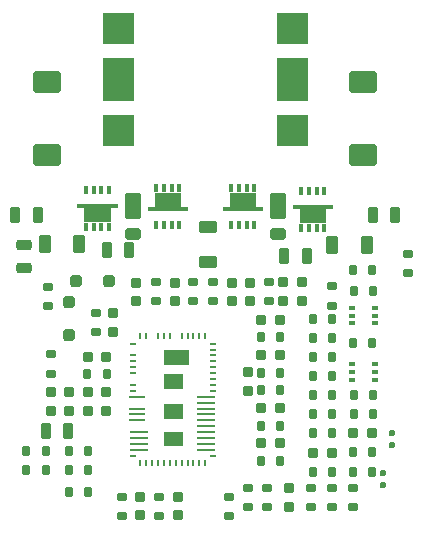
<source format=gtp>
%TF.GenerationSoftware,KiCad,Pcbnew,7.0.2-0*%
%TF.CreationDate,2024-04-25T00:04:58-07:00*%
%TF.ProjectId,LT8490,4c543834-3930-42e6-9b69-6361645f7063,v1.0b*%
%TF.SameCoordinates,Original*%
%TF.FileFunction,Paste,Top*%
%TF.FilePolarity,Positive*%
%FSLAX46Y46*%
G04 Gerber Fmt 4.6, Leading zero omitted, Abs format (unit mm)*
G04 Created by KiCad (PCBNEW 7.0.2-0) date 2024-04-25 00:04:58*
%MOMM*%
%LPD*%
G01*
G04 APERTURE LIST*
G04 Aperture macros list*
%AMRoundRect*
0 Rectangle with rounded corners*
0 $1 Rounding radius*
0 $2 $3 $4 $5 $6 $7 $8 $9 X,Y pos of 4 corners*
0 Add a 4 corners polygon primitive as box body*
4,1,4,$2,$3,$4,$5,$6,$7,$8,$9,$2,$3,0*
0 Add four circle primitives for the rounded corners*
1,1,$1+$1,$2,$3*
1,1,$1+$1,$4,$5*
1,1,$1+$1,$6,$7*
1,1,$1+$1,$8,$9*
0 Add four rect primitives between the rounded corners*
20,1,$1+$1,$2,$3,$4,$5,0*
20,1,$1+$1,$4,$5,$6,$7,0*
20,1,$1+$1,$6,$7,$8,$9,0*
20,1,$1+$1,$8,$9,$2,$3,0*%
G04 Aperture macros list end*
%ADD10C,0.120000*%
%ADD11RoundRect,0.160000X-0.200000X-0.267500X0.200000X-0.267500X0.200000X0.267500X-0.200000X0.267500X0*%
%ADD12RoundRect,0.160000X-0.267500X0.200000X-0.267500X-0.200000X0.267500X-0.200000X0.267500X0.200000X0*%
%ADD13RoundRect,0.108000X0.180000X-0.135000X0.180000X0.135000X-0.180000X0.135000X-0.180000X-0.135000X0*%
%ADD14RoundRect,0.200000X0.250000X0.452500X-0.250000X0.452500X-0.250000X-0.452500X0.250000X-0.452500X0*%
%ADD15RoundRect,0.180000X-0.247500X0.225000X-0.247500X-0.225000X0.247500X-0.225000X0.247500X0.225000X0*%
%ADD16RoundRect,0.180000X-0.225000X-0.247500X0.225000X-0.247500X0.225000X0.247500X-0.225000X0.247500X0*%
%ADD17RoundRect,0.197500X0.477500X-0.275000X0.477500X0.275000X-0.477500X0.275000X-0.477500X-0.275000X0*%
%ADD18RoundRect,0.130000X0.545000X-0.950000X0.545000X0.950000X-0.545000X0.950000X-0.545000X-0.950000X0*%
%ADD19RoundRect,0.160000X0.267500X-0.200000X0.267500X0.200000X-0.267500X0.200000X-0.267500X-0.200000X0*%
%ADD20R,0.585000X0.360000*%
%ADD21RoundRect,0.200000X-0.250000X-0.452500X0.250000X-0.452500X0.250000X0.452500X-0.250000X0.452500X0*%
%ADD22R,0.320040X0.777240*%
%ADD23RoundRect,0.160000X0.200000X0.267500X-0.200000X0.267500X-0.200000X-0.267500X0.200000X-0.267500X0*%
%ADD24RoundRect,0.180000X0.247500X-0.225000X0.247500X0.225000X-0.247500X0.225000X-0.247500X-0.225000X0*%
%ADD25RoundRect,0.180000X0.225000X0.247500X-0.225000X0.247500X-0.225000X-0.247500X0.225000X-0.247500X0*%
%ADD26R,0.540000X0.360000*%
%ADD27RoundRect,0.193750X-0.312500X-0.593750X0.312500X-0.593750X0.312500X0.593750X-0.312500X0.593750X0*%
%ADD28R,0.225000X0.630000*%
%ADD29R,0.630000X0.225000*%
%ADD30R,1.620000X0.225000*%
%ADD31R,1.350000X0.225000*%
%ADD32RoundRect,0.193750X-0.593750X0.312500X-0.593750X-0.312500X0.593750X-0.312500X0.593750X0.312500X0*%
%ADD33RoundRect,0.195000X0.300000X-0.300000X0.300000X0.300000X-0.300000X0.300000X-0.300000X-0.300000X0*%
%ADD34RoundRect,0.195000X0.300000X0.300000X-0.300000X0.300000X-0.300000X-0.300000X0.300000X-0.300000X0*%
%ADD35RoundRect,0.146250X1.001250X-0.787500X1.001250X0.787500X-1.001250X0.787500X-1.001250X-0.787500X0*%
%ADD36RoundRect,0.200000X-0.452500X0.250000X-0.452500X-0.250000X0.452500X-0.250000X0.452500X0.250000X0*%
G04 APERTURE END LIST*
%TO.C,Q2*%
G36*
X145817590Y-94355792D02*
G01*
X146401790Y-94355792D01*
X146401790Y-94685992D01*
X142998190Y-94685992D01*
X142998190Y-94355792D01*
X143582390Y-94355792D01*
X143582390Y-93158792D01*
X145817590Y-93158792D01*
X145817590Y-94355792D01*
G37*
D10*
%TO.C,L3*%
X153970990Y-86548011D02*
X156510990Y-86548011D01*
X156510990Y-86548011D02*
X156510990Y-89088011D01*
X156510990Y-89088011D02*
X153970990Y-89088011D01*
X153970990Y-89088011D02*
X153970990Y-86548011D01*
G36*
X153970990Y-86548011D02*
G01*
X156510990Y-86548011D01*
X156510990Y-89088011D01*
X153970990Y-89088011D01*
X153970990Y-86548011D01*
G37*
X153970990Y-81722011D02*
X156510990Y-81722011D01*
X156510990Y-81722011D02*
X156510990Y-85278011D01*
X156510990Y-85278011D02*
X153970990Y-85278011D01*
X153970990Y-85278011D02*
X153970990Y-81722011D01*
G36*
X153970990Y-81722011D02*
G01*
X156510990Y-81722011D01*
X156510990Y-85278011D01*
X153970990Y-85278011D01*
X153970990Y-81722011D01*
G37*
X153970990Y-77912011D02*
X156510990Y-77912011D01*
X156510990Y-77912011D02*
X156510990Y-80452011D01*
X156510990Y-80452011D02*
X153970990Y-80452011D01*
X153970990Y-80452011D02*
X153970990Y-77912011D01*
G36*
X153970990Y-77912011D02*
G01*
X156510990Y-77912011D01*
X156510990Y-80452011D01*
X153970990Y-80452011D01*
X153970990Y-77912011D01*
G37*
X139220990Y-86548011D02*
X141760990Y-86548011D01*
X141760990Y-86548011D02*
X141760990Y-89088011D01*
X141760990Y-89088011D02*
X139220990Y-89088011D01*
X139220990Y-89088011D02*
X139220990Y-86548011D01*
G36*
X139220990Y-86548011D02*
G01*
X141760990Y-86548011D01*
X141760990Y-89088011D01*
X139220990Y-89088011D01*
X139220990Y-86548011D01*
G37*
X139220990Y-81722011D02*
X141760990Y-81722011D01*
X141760990Y-81722011D02*
X141760990Y-85278011D01*
X141760990Y-85278011D02*
X139220990Y-85278011D01*
X139220990Y-85278011D02*
X139220990Y-81722011D01*
G36*
X139220990Y-81722011D02*
G01*
X141760990Y-81722011D01*
X141760990Y-85278011D01*
X139220990Y-85278011D01*
X139220990Y-81722011D01*
G37*
X139220990Y-77912011D02*
X141760990Y-77912011D01*
X141760990Y-77912011D02*
X141760990Y-80452011D01*
X141760990Y-80452011D02*
X139220990Y-80452011D01*
X139220990Y-80452011D02*
X139220990Y-77912011D01*
G36*
X139220990Y-77912011D02*
G01*
X141760990Y-77912011D01*
X141760990Y-80452011D01*
X139220990Y-80452011D01*
X139220990Y-77912011D01*
G37*
%TO.C,U4*%
X145874551Y-108450435D02*
X144374551Y-108450435D01*
X144374551Y-108450435D02*
X144374551Y-109625435D01*
X144374551Y-109625435D02*
X145874551Y-109625435D01*
X145874551Y-109625435D02*
X145874551Y-108450435D01*
G36*
X145874551Y-108450435D02*
G01*
X144374551Y-108450435D01*
X144374551Y-109625435D01*
X145874551Y-109625435D01*
X145874551Y-108450435D01*
G37*
X145874551Y-110990435D02*
X144374551Y-110990435D01*
X144374551Y-110990435D02*
X144374551Y-112165435D01*
X144374551Y-112165435D02*
X145874551Y-112165435D01*
X145874551Y-112165435D02*
X145874551Y-110990435D01*
G36*
X145874551Y-110990435D02*
G01*
X144374551Y-110990435D01*
X144374551Y-112165435D01*
X145874551Y-112165435D01*
X145874551Y-110990435D01*
G37*
X145874551Y-113341435D02*
X144374551Y-113341435D01*
X144374551Y-113341435D02*
X144374551Y-114516435D01*
X144374551Y-114516435D02*
X145874551Y-114516435D01*
X145874551Y-114516435D02*
X145874551Y-113341435D01*
G36*
X145874551Y-113341435D02*
G01*
X144374551Y-113341435D01*
X144374551Y-114516435D01*
X145874551Y-114516435D01*
X145874551Y-113341435D01*
G37*
X146382551Y-106418435D02*
X144374551Y-106418435D01*
X144374551Y-106418435D02*
X144374551Y-107593435D01*
X144374551Y-107593435D02*
X146382551Y-107593435D01*
X146382551Y-107593435D02*
X146382551Y-106418435D01*
G36*
X146382551Y-106418435D02*
G01*
X144374551Y-106418435D01*
X144374551Y-107593435D01*
X146382551Y-107593435D01*
X146382551Y-106418435D01*
G37*
%TO.C,Q1*%
G36*
X140451789Y-94394199D02*
G01*
X139867589Y-94394199D01*
X139867589Y-95591199D01*
X137632389Y-95591199D01*
X137632389Y-94394199D01*
X137048189Y-94394199D01*
X137048189Y-94063999D01*
X140451789Y-94063999D01*
X140451789Y-94394199D01*
G37*
%TO.C,Q3*%
G36*
X152169597Y-94355792D02*
G01*
X152753797Y-94355792D01*
X152753797Y-94685992D01*
X149350197Y-94685992D01*
X149350197Y-94355792D01*
X149934397Y-94355792D01*
X149934397Y-93158792D01*
X152169597Y-93158792D01*
X152169597Y-94355792D01*
G37*
%TO.C,Q4*%
G36*
X158695796Y-94484191D02*
G01*
X158111596Y-94484191D01*
X158111596Y-95681191D01*
X155876396Y-95681191D01*
X155876396Y-94484191D01*
X155292196Y-94484191D01*
X155292196Y-94153991D01*
X158695796Y-94153991D01*
X158695796Y-94484191D01*
G37*
%TD*%
D11*
%TO.C,R53*%
X158625000Y-108641424D03*
X156975000Y-108641424D03*
%TD*%
D12*
%TO.C,R31*%
X149900000Y-120491424D03*
X149900000Y-118841424D03*
%TD*%
D13*
%TO.C,R6*%
X163650000Y-113440000D03*
X163650000Y-114460000D03*
%TD*%
D14*
%TO.C,C18*%
X131800000Y-95000000D03*
X133700000Y-95000000D03*
%TD*%
%TO.C,C36*%
X154550000Y-98500000D03*
X156450000Y-98500000D03*
%TD*%
D15*
%TO.C,C38*%
X142350000Y-120441424D03*
X142350000Y-118891424D03*
%TD*%
D16*
%TO.C,C27*%
X156050000Y-100700000D03*
X154500000Y-100700000D03*
%TD*%
D11*
%TO.C,R52*%
X158625000Y-107041424D03*
X156975000Y-107041424D03*
%TD*%
D16*
%TO.C,C26*%
X139475000Y-111600000D03*
X137925000Y-111600000D03*
%TD*%
D17*
%TO.C,D1*%
X141750009Y-96625000D03*
D18*
X141750009Y-94250000D03*
%TD*%
D19*
%TO.C,R29*%
X156837047Y-118100000D03*
X156837047Y-119750000D03*
%TD*%
D11*
%TO.C,R26*%
X154225000Y-105341424D03*
X152575000Y-105341424D03*
%TD*%
%TO.C,R37*%
X154225000Y-109841424D03*
X152575000Y-109841424D03*
%TD*%
D12*
%TO.C,R7*%
X134600000Y-102725000D03*
X134600000Y-101075000D03*
%TD*%
D20*
%TO.C,Q6*%
X162225000Y-107650000D03*
X162225000Y-108300000D03*
X162225000Y-108950000D03*
X160325000Y-108950000D03*
X160325000Y-108300000D03*
X160325000Y-107650000D03*
%TD*%
D21*
%TO.C,C25*%
X141450000Y-98000000D03*
X139550000Y-98000000D03*
%TD*%
D22*
%TO.C,Q2*%
X143724991Y-92726990D03*
X144374989Y-92726990D03*
X145024991Y-92726990D03*
X145674989Y-92726990D03*
X145674989Y-95872988D03*
X145024991Y-95872988D03*
X144374989Y-95872988D03*
X143724991Y-95872988D03*
%TD*%
D19*
%TO.C,R3*%
X160375000Y-118100000D03*
X160375000Y-119750000D03*
%TD*%
D23*
%TO.C,R54*%
X160450000Y-111841424D03*
X162100000Y-111841424D03*
%TD*%
D19*
%TO.C,R44*%
X158620000Y-101045000D03*
X158620000Y-102695000D03*
%TD*%
D12*
%TO.C,R33*%
X153300000Y-102325000D03*
X153300000Y-100675000D03*
%TD*%
D24*
%TO.C,C39*%
X145550000Y-118891424D03*
X145550000Y-120441424D03*
%TD*%
D23*
%TO.C,R57*%
X160375000Y-105800000D03*
X162025000Y-105800000D03*
%TD*%
D25*
%TO.C,C19*%
X157025000Y-115141424D03*
X158575000Y-115141424D03*
%TD*%
D12*
%TO.C,R42*%
X140800000Y-120491424D03*
X140800000Y-118841424D03*
%TD*%
D15*
%TO.C,C29*%
X140100000Y-104875000D03*
X140100000Y-103325000D03*
%TD*%
D11*
%TO.C,R22*%
X154225000Y-112841424D03*
X152575000Y-112841424D03*
%TD*%
D23*
%TO.C,R23*%
X156975000Y-111841424D03*
X158625000Y-111841424D03*
%TD*%
%TO.C,R50*%
X160375000Y-99700000D03*
X162025000Y-99700000D03*
%TD*%
D19*
%TO.C,R4*%
X158625000Y-118100000D03*
X158625000Y-119750000D03*
%TD*%
D25*
%TO.C,C35*%
X137925000Y-110000000D03*
X139475000Y-110000000D03*
%TD*%
D23*
%TO.C,R36*%
X152575000Y-108341424D03*
X154225000Y-108341424D03*
%TD*%
D11*
%TO.C,R40*%
X158625000Y-110241424D03*
X156975000Y-110241424D03*
%TD*%
D25*
%TO.C,C21*%
X152625000Y-114341424D03*
X154175000Y-114341424D03*
%TD*%
%TO.C,C20*%
X134825000Y-111575000D03*
X136375000Y-111575000D03*
%TD*%
%TO.C,C1*%
X160425000Y-113441424D03*
X161975000Y-113441424D03*
%TD*%
D24*
%TO.C,C30*%
X150100000Y-100725000D03*
X150100000Y-102275000D03*
%TD*%
D26*
%TO.C,Q5*%
X160324989Y-104183575D03*
X160324989Y-103533575D03*
X160324989Y-102883575D03*
X162224989Y-102883575D03*
X162224989Y-103533575D03*
X162224989Y-104183575D03*
%TD*%
D25*
%TO.C,C32*%
X152625000Y-111341424D03*
X154175000Y-111341424D03*
%TD*%
D23*
%TO.C,R28*%
X156975000Y-116741424D03*
X158625000Y-116741424D03*
%TD*%
D17*
%TO.C,D2*%
X154050000Y-96625000D03*
D18*
X154050000Y-94250000D03*
%TD*%
D15*
%TO.C,C24*%
X145300000Y-102275000D03*
X145300000Y-100725000D03*
%TD*%
D27*
%TO.C,R46*%
X161562500Y-97571064D03*
X158637500Y-97571064D03*
%TD*%
D28*
%TO.C,U4*%
X147874551Y-116041435D03*
X147374551Y-116041435D03*
X146874551Y-116041435D03*
X146374551Y-116041435D03*
X145874551Y-116041435D03*
X145374551Y-116041435D03*
X144874551Y-116041435D03*
X144374551Y-116041435D03*
X143874551Y-116041435D03*
X143374551Y-116041435D03*
X142874551Y-116041435D03*
X142374551Y-116041435D03*
D29*
X141724551Y-115391435D03*
D30*
X142274551Y-114891435D03*
X142274551Y-114391435D03*
X142274551Y-113891435D03*
X142274551Y-113391435D03*
D31*
X142124551Y-112391435D03*
X142124551Y-111891435D03*
X142124551Y-111391435D03*
X142124551Y-110391435D03*
D29*
X141724551Y-109891435D03*
X141724551Y-109391435D03*
X141724551Y-108391435D03*
X141724551Y-107891435D03*
X141724551Y-107391435D03*
X141724551Y-106891435D03*
X141724551Y-105891435D03*
D28*
X142374551Y-105241435D03*
X142874551Y-105241435D03*
X143874551Y-105241435D03*
X144374551Y-105241435D03*
X144874551Y-105241435D03*
X145874551Y-105241435D03*
X146374551Y-105241435D03*
X146874551Y-105241435D03*
X147374551Y-105241435D03*
X147874551Y-105241435D03*
D29*
X148524551Y-105891435D03*
X148524551Y-106391435D03*
X148524551Y-106891435D03*
X148524551Y-107391435D03*
X148524551Y-107891435D03*
X148524551Y-108391435D03*
X148524551Y-108891435D03*
X148524551Y-109391435D03*
X148524551Y-109891435D03*
D30*
X147974551Y-110391435D03*
X147974551Y-110891435D03*
X147974551Y-111391435D03*
X147974551Y-111891435D03*
X147974551Y-112391435D03*
X147974551Y-112891435D03*
X147974551Y-113391435D03*
X147974551Y-113891435D03*
X147974551Y-114391435D03*
X147974551Y-114891435D03*
D29*
X148524551Y-115391435D03*
%TD*%
D32*
%TO.C,R38*%
X148100000Y-98962500D03*
X148100000Y-96037500D03*
%TD*%
D33*
%TO.C,D12*%
X136360000Y-102330000D03*
X136360000Y-105130000D03*
%TD*%
D19*
%TO.C,R2*%
X165000000Y-98275000D03*
X165000000Y-99925000D03*
%TD*%
D34*
%TO.C,D13*%
X136940000Y-100580000D03*
X139740000Y-100580000D03*
%TD*%
D35*
%TO.C,C16*%
X134500000Y-83737500D03*
X134500000Y-89962500D03*
%TD*%
D36*
%TO.C,C22*%
X132500000Y-99450000D03*
X132500000Y-97550000D03*
%TD*%
D15*
%TO.C,C40*%
X154937047Y-119700000D03*
X154937047Y-118150000D03*
%TD*%
D11*
%TO.C,R24*%
X158625000Y-113441424D03*
X156975000Y-113441424D03*
%TD*%
D23*
%TO.C,R47*%
X160375000Y-115041424D03*
X162025000Y-115041424D03*
%TD*%
%TO.C,R21*%
X132725000Y-115000000D03*
X134375000Y-115000000D03*
%TD*%
D22*
%TO.C,Q1*%
X139724988Y-96023001D03*
X139074990Y-96023001D03*
X138424988Y-96023001D03*
X137774990Y-96023001D03*
X137774990Y-92877003D03*
X138424988Y-92877003D03*
X139074990Y-92877003D03*
X139724988Y-92877003D03*
%TD*%
D19*
%TO.C,R43*%
X151500000Y-118100000D03*
X151500000Y-119750000D03*
%TD*%
D16*
%TO.C,C31*%
X154175000Y-106841424D03*
X152625000Y-106841424D03*
%TD*%
D25*
%TO.C,C28*%
X154500000Y-102300000D03*
X156050000Y-102300000D03*
%TD*%
D12*
%TO.C,R1*%
X134825000Y-108445000D03*
X134825000Y-106795000D03*
%TD*%
%TO.C,R49*%
X153100000Y-119750000D03*
X153100000Y-118100000D03*
%TD*%
D27*
%TO.C,R27*%
X137212500Y-97500000D03*
X134287500Y-97500000D03*
%TD*%
D22*
%TO.C,Q3*%
X150076998Y-92726990D03*
X150726996Y-92726990D03*
X151376998Y-92726990D03*
X152026996Y-92726990D03*
X152026996Y-95872988D03*
X151376998Y-95872988D03*
X150726996Y-95872988D03*
X150076998Y-95872988D03*
%TD*%
D11*
%TO.C,R48*%
X139525000Y-108500000D03*
X137875000Y-108500000D03*
%TD*%
D12*
%TO.C,R41*%
X143950000Y-120491424D03*
X143950000Y-118841424D03*
%TD*%
D23*
%TO.C,R58*%
X156975000Y-103841424D03*
X158625000Y-103841424D03*
%TD*%
D25*
%TO.C,C37*%
X134825000Y-110000000D03*
X136375000Y-110000000D03*
%TD*%
D13*
%TO.C,R5*%
X162950000Y-116840000D03*
X162950000Y-117860000D03*
%TD*%
D11*
%TO.C,R45*%
X162025000Y-116741424D03*
X160375000Y-116741424D03*
%TD*%
D19*
%TO.C,R32*%
X138600000Y-103275000D03*
X138600000Y-104925000D03*
%TD*%
D35*
%TO.C,C42*%
X161250000Y-83737500D03*
X161250000Y-89962500D03*
%TD*%
D23*
%TO.C,R55*%
X160450000Y-101425000D03*
X162100000Y-101425000D03*
%TD*%
%TO.C,R17*%
X136308576Y-116600000D03*
X137958576Y-116600000D03*
%TD*%
D21*
%TO.C,C41*%
X163950000Y-95000000D03*
X162050000Y-95000000D03*
%TD*%
D16*
%TO.C,C23*%
X154175000Y-103900000D03*
X152625000Y-103900000D03*
%TD*%
D22*
%TO.C,Q4*%
X157968995Y-96112993D03*
X157318997Y-96112993D03*
X156668995Y-96112993D03*
X156018997Y-96112993D03*
X156018997Y-92966995D03*
X156668995Y-92966995D03*
X157318997Y-92966995D03*
X157968995Y-92966995D03*
%TD*%
D14*
%TO.C,C17*%
X134350000Y-113300000D03*
X136250000Y-113300000D03*
%TD*%
D12*
%TO.C,R39*%
X143700000Y-102325000D03*
X143700000Y-100675000D03*
%TD*%
D23*
%TO.C,R18*%
X132708576Y-116600000D03*
X134358576Y-116600000D03*
%TD*%
D24*
%TO.C,C33*%
X142050000Y-100725000D03*
X142050000Y-102275000D03*
%TD*%
D19*
%TO.C,R19*%
X146800000Y-100675000D03*
X146800000Y-102325000D03*
%TD*%
D12*
%TO.C,R34*%
X148500000Y-102325000D03*
X148500000Y-100675000D03*
%TD*%
D23*
%TO.C,R20*%
X136325000Y-115000000D03*
X137975000Y-115000000D03*
%TD*%
%TO.C,R51*%
X156975000Y-105441424D03*
X158625000Y-105441424D03*
%TD*%
D11*
%TO.C,R30*%
X154225000Y-115841424D03*
X152575000Y-115841424D03*
%TD*%
%TO.C,R56*%
X162100000Y-110241424D03*
X160450000Y-110241424D03*
%TD*%
D23*
%TO.C,R25*%
X136308576Y-118430000D03*
X137958576Y-118430000D03*
%TD*%
D24*
%TO.C,C15*%
X151700000Y-100725000D03*
X151700000Y-102275000D03*
%TD*%
D25*
%TO.C,C34*%
X137925000Y-107000000D03*
X139475000Y-107000000D03*
%TD*%
D15*
%TO.C,C43*%
X151500000Y-109866424D03*
X151500000Y-108316424D03*
%TD*%
M02*

</source>
